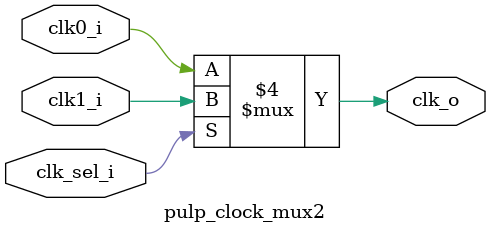
<source format=sv>

module pulp_clock_mux2
  (
   input  logic clk0_i,
   input  logic clk1_i,
   input  logic clk_sel_i,
   output logic clk_o
   );
   
   always_comb
     begin
	if (clk_sel_i == 1'b0)
	  clk_o = clk0_i;
	else
	  clk_o = clk1_i;
     end
   
endmodule

</source>
